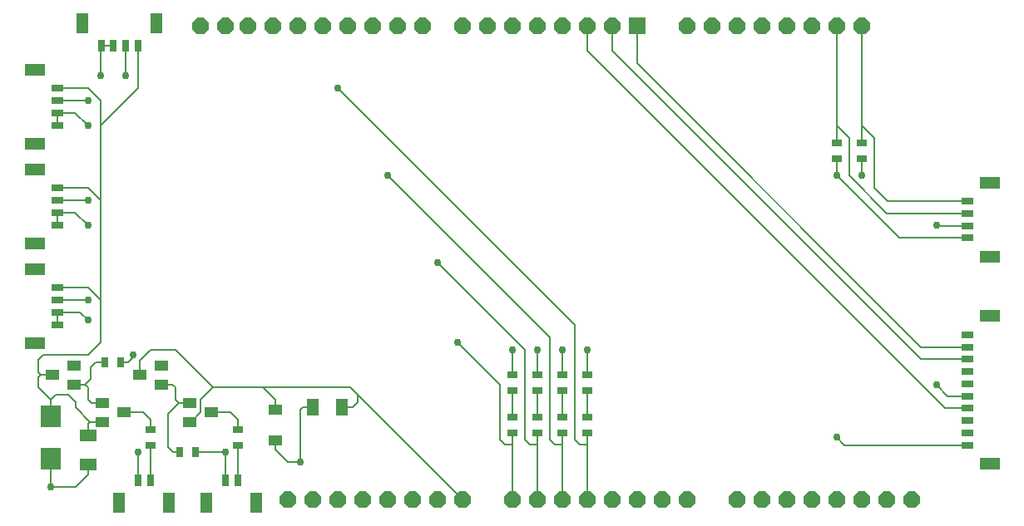
<source format=gbr>
G04 EAGLE Gerber RS-274X export*
G75*
%MOMM*%
%FSLAX34Y34*%
%LPD*%
%INTop Copper*%
%IPPOS*%
%AMOC8*
5,1,8,0,0,1.08239X$1,22.5*%
G01*
G04 Define Apertures*
%ADD10R,0.973900X0.798700*%
%ADD11P,1.81452X8X22.5*%
%ADD12R,1.676400X1.676400*%
%ADD13R,2.123900X2.284100*%
%ADD14R,1.361200X1.114600*%
%ADD15R,1.400000X1.000000*%
%ADD16R,0.798700X0.973900*%
%ADD17R,1.164600X1.815300*%
%ADD18R,1.815300X1.164600*%
%ADD19R,0.800000X1.200000*%
%ADD20R,1.300000X2.150000*%
%ADD21R,1.200000X0.800000*%
%ADD22R,2.150000X1.300000*%
%ADD23C,0.152400*%
%ADD24C,0.756400*%
D10*
X508000Y109752D03*
X508000Y93448D03*
X533400Y109752D03*
X533400Y93448D03*
X558800Y109752D03*
X558800Y93448D03*
X584200Y109752D03*
X584200Y93448D03*
D11*
X533400Y508000D03*
X508000Y25400D03*
X558800Y508000D03*
X584200Y508000D03*
X609600Y508000D03*
D12*
X635000Y508000D03*
D11*
X508000Y508000D03*
X482600Y508000D03*
X457200Y508000D03*
X416560Y508000D03*
X391160Y508000D03*
X365760Y508000D03*
X340360Y508000D03*
X314960Y508000D03*
X289560Y508000D03*
X264160Y508000D03*
X238760Y508000D03*
X533400Y25400D03*
X558800Y25400D03*
X584200Y25400D03*
X609600Y25400D03*
X635000Y25400D03*
X457200Y25400D03*
X431800Y25400D03*
X406400Y25400D03*
X381000Y25400D03*
X355600Y25400D03*
X330200Y25400D03*
X685800Y508000D03*
X711200Y508000D03*
X736600Y508000D03*
X762000Y508000D03*
X787400Y508000D03*
X812800Y508000D03*
X838200Y508000D03*
X863600Y508000D03*
X660400Y25400D03*
X685800Y25400D03*
X736600Y25400D03*
X762000Y25400D03*
X787400Y25400D03*
X812800Y25400D03*
X838200Y25400D03*
X863600Y25400D03*
X889000Y25400D03*
X914400Y25400D03*
X215900Y508000D03*
X190500Y508000D03*
X304800Y25400D03*
X279400Y25400D03*
D13*
X38100Y110541D03*
X38100Y67259D03*
D14*
X266700Y117604D03*
X266700Y85596D03*
D15*
X39800Y152400D03*
X61800Y161900D03*
X61800Y142900D03*
X128700Y152400D03*
X150700Y161900D03*
X150700Y142900D03*
X112600Y114300D03*
X90600Y104800D03*
X90600Y123800D03*
X201500Y114300D03*
X179500Y104800D03*
X179500Y123800D03*
D16*
X185952Y73660D03*
X169648Y73660D03*
X109752Y165100D03*
X93448Y165100D03*
D17*
X334794Y119380D03*
X305286Y119380D03*
D18*
X76200Y90954D03*
X76200Y61446D03*
D10*
X139700Y80748D03*
X139700Y97052D03*
X228600Y80748D03*
X228600Y97052D03*
D19*
X215900Y45130D03*
X228400Y45130D03*
D20*
X196900Y22180D03*
X247400Y22180D03*
D21*
X970870Y81035D03*
X970870Y93535D03*
X970870Y106035D03*
X970870Y118535D03*
X970870Y131035D03*
X970870Y143535D03*
X970870Y156035D03*
X970870Y168535D03*
X970870Y181035D03*
X970870Y193535D03*
D22*
X993820Y62035D03*
X993820Y212535D03*
D19*
X127000Y45130D03*
X139500Y45130D03*
D20*
X108000Y22180D03*
X158500Y22180D03*
D21*
X45130Y241300D03*
X45130Y228800D03*
X45130Y216300D03*
X45130Y203800D03*
D22*
X22180Y260300D03*
X22180Y184800D03*
D21*
X45130Y342900D03*
X45130Y330400D03*
X45130Y317900D03*
X45130Y305400D03*
D22*
X22180Y361900D03*
X22180Y286400D03*
D21*
X45130Y444500D03*
X45130Y432000D03*
X45130Y419500D03*
X45130Y407000D03*
D22*
X22180Y463500D03*
X22180Y388000D03*
D19*
X127000Y488270D03*
X114500Y488270D03*
X102000Y488270D03*
X89500Y488270D03*
D20*
X146000Y511220D03*
X70500Y511220D03*
D10*
X508000Y152932D03*
X508000Y136628D03*
X533400Y152932D03*
X533400Y136628D03*
X558800Y152932D03*
X558800Y136628D03*
X584200Y152932D03*
X584200Y136628D03*
D21*
X970870Y292100D03*
X970870Y304600D03*
X970870Y317100D03*
X970870Y329600D03*
D22*
X993820Y273100D03*
X993820Y348600D03*
D10*
X838615Y389152D03*
X838615Y372848D03*
X863600Y389152D03*
X863600Y372848D03*
D23*
X500380Y81280D02*
X495300Y86360D01*
X495300Y142240D01*
X508000Y93448D02*
X508000Y81280D01*
X500380Y81280D01*
X495300Y142240D02*
X452120Y185420D01*
X508000Y81280D02*
X508000Y25400D01*
D24*
X452120Y185420D03*
D23*
X76000Y228800D02*
X45130Y228800D01*
X76000Y228800D02*
X76200Y228600D01*
D24*
X76200Y228600D03*
D23*
X520700Y86360D02*
X525780Y81280D01*
X520700Y86360D02*
X520700Y177800D01*
X533400Y93448D02*
X533400Y81280D01*
X525780Y81280D01*
X520700Y177800D02*
X431800Y266700D01*
X533400Y81280D02*
X533400Y25400D01*
D24*
X431800Y266700D03*
D23*
X76000Y330400D02*
X45130Y330400D01*
X76000Y330400D02*
X76200Y330200D01*
D24*
X76200Y330200D03*
D23*
X546100Y86360D02*
X551180Y81280D01*
X546100Y86360D02*
X546100Y190500D01*
X558800Y93448D02*
X558800Y81280D01*
X551180Y81280D01*
X546100Y190500D02*
X381000Y355600D01*
X558800Y81280D02*
X558800Y25400D01*
D24*
X381000Y355600D03*
D23*
X76000Y432000D02*
X45130Y432000D01*
X76000Y432000D02*
X76200Y431800D01*
D24*
X76200Y431800D03*
D23*
X571500Y86360D02*
X576580Y81280D01*
X571500Y86360D02*
X571500Y203200D01*
X584200Y93448D02*
X584200Y81280D01*
X576580Y81280D01*
X571500Y203200D02*
X330200Y444500D01*
X584200Y81280D02*
X584200Y25400D01*
D24*
X330200Y444500D03*
D23*
X114500Y457400D02*
X114500Y488270D01*
X114500Y457400D02*
X114300Y457200D01*
D24*
X114300Y457200D03*
D23*
X215900Y73660D02*
X215900Y45130D01*
D24*
X215900Y73660D03*
D23*
X127000Y73660D02*
X127000Y45130D01*
D24*
X127000Y73660D03*
D23*
X951006Y131035D02*
X970870Y131035D01*
X951006Y131035D02*
X939800Y142240D01*
D24*
X939800Y142240D03*
D23*
X38100Y67259D02*
X38100Y38100D01*
D24*
X38100Y38100D03*
D23*
X185952Y73660D02*
X215900Y73660D01*
X116840Y165100D02*
X109752Y165100D01*
X116840Y165100D02*
X121920Y170180D01*
X121920Y172720D01*
D24*
X121920Y172720D03*
X292100Y63500D03*
D23*
X266700Y76200D02*
X266700Y85596D01*
X266700Y76200D02*
X279400Y63500D01*
X292100Y63500D01*
X76200Y50800D02*
X63500Y38100D01*
X38100Y38100D01*
X45130Y407000D02*
X45130Y419500D01*
X63100Y419500D01*
X76200Y406400D01*
D24*
X76200Y406400D03*
D23*
X45130Y317900D02*
X45130Y305400D01*
X62910Y317900D02*
X76010Y304800D01*
X62910Y317900D02*
X45130Y317900D01*
X76010Y304800D02*
X76200Y304800D01*
D24*
X76200Y304800D03*
D23*
X45130Y216300D02*
X45130Y203800D01*
X67990Y216300D02*
X76010Y208280D01*
X67990Y216300D02*
X45130Y216300D01*
X76010Y208280D02*
X76200Y208280D01*
D24*
X76200Y208280D03*
D23*
X89500Y488270D02*
X102000Y488270D01*
X89500Y488270D02*
X88900Y487670D01*
X88900Y457200D01*
D24*
X88900Y457200D03*
D23*
X584200Y177800D02*
X584200Y152932D01*
D24*
X584200Y177800D03*
D23*
X558800Y177800D02*
X558800Y152932D01*
D24*
X558800Y177800D03*
D23*
X533400Y177800D02*
X533400Y152932D01*
D24*
X533400Y177800D03*
D23*
X508000Y177800D02*
X508000Y152932D01*
D24*
X508000Y177800D03*
D23*
X305286Y119380D02*
X294640Y119380D01*
X292100Y116840D01*
X292100Y63500D01*
X76200Y61446D02*
X76200Y50800D01*
X940000Y304600D02*
X970870Y304600D01*
X940000Y304600D02*
X939800Y304800D01*
D24*
X939800Y304800D03*
D23*
X923866Y181035D02*
X970870Y181035D01*
X923866Y181035D02*
X635000Y469900D01*
X635000Y508000D01*
X923666Y168535D02*
X970870Y168535D01*
X923666Y168535D02*
X609600Y482600D01*
X609600Y508000D01*
X948266Y118535D02*
X970870Y118535D01*
X948266Y118535D02*
X584200Y482600D01*
X584200Y508000D01*
X39800Y152400D02*
X27940Y152400D01*
X25400Y154940D01*
X25400Y167640D01*
X30480Y172720D01*
X76200Y172720D01*
X88900Y185420D01*
X88900Y228600D01*
X88900Y330200D01*
X88900Y406400D01*
X88900Y431800D01*
X27940Y152400D02*
X25400Y149860D01*
X25400Y139700D01*
X38100Y127000D01*
X38100Y110541D01*
X78080Y104800D02*
X90600Y104800D01*
X78080Y104800D02*
X63500Y119380D01*
X63500Y124460D01*
X55880Y132080D01*
X43180Y132080D01*
X38100Y127000D01*
X76200Y102920D02*
X78080Y104800D01*
X88900Y406400D02*
X127000Y444500D01*
X127000Y488270D01*
X76200Y342900D02*
X45130Y342900D01*
X76200Y342900D02*
X88900Y330200D01*
X76200Y241300D02*
X45130Y241300D01*
X76200Y241300D02*
X88900Y228600D01*
X76200Y444500D02*
X45130Y444500D01*
X76200Y444500D02*
X88900Y431800D01*
X76200Y102920D02*
X76200Y90954D01*
X846066Y81035D02*
X970870Y81035D01*
X863600Y355600D02*
X863600Y372848D01*
D24*
X863600Y355600D03*
X838200Y355600D03*
D23*
X838200Y372433D01*
X838615Y372848D01*
D24*
X838200Y88900D03*
D23*
X846066Y81035D01*
X901700Y292100D02*
X970870Y292100D01*
X901700Y292100D02*
X838200Y355600D01*
X228400Y80548D02*
X228400Y45130D01*
X228400Y80548D02*
X228600Y80748D01*
X139700Y80748D02*
X139700Y45330D01*
X139500Y45130D01*
X179500Y104800D02*
X181000Y104800D01*
X190500Y114300D01*
X190500Y127000D01*
X203200Y139700D01*
X350520Y132080D02*
X457200Y25400D01*
X350520Y132080D02*
X342900Y139700D01*
X254000Y139700D01*
X203200Y139700D01*
X128700Y152400D02*
X128700Y166800D01*
X139700Y177800D01*
X165100Y177800D01*
X203200Y139700D01*
X266700Y127000D02*
X266700Y117604D01*
X266700Y127000D02*
X254000Y139700D01*
X334794Y119380D02*
X345440Y119380D01*
X350520Y124460D01*
X350520Y132080D01*
X73000Y142900D02*
X61800Y142900D01*
X73000Y142900D02*
X76200Y139700D01*
X76200Y127000D01*
X79400Y123800D01*
X90600Y123800D01*
X93448Y165100D02*
X83820Y165100D01*
X78740Y160020D01*
X78740Y148640D01*
X73000Y142900D01*
X150700Y142900D02*
X161900Y142900D01*
X165100Y139700D01*
X165100Y127000D01*
X168300Y123800D01*
X179500Y123800D01*
X169648Y73660D02*
X162560Y73660D01*
X157480Y78740D01*
X157480Y112980D01*
X168300Y123800D01*
X228600Y106680D02*
X228600Y97052D01*
X228600Y106680D02*
X220980Y114300D01*
X201500Y114300D01*
X139700Y106680D02*
X139700Y97052D01*
X139700Y106680D02*
X132080Y114300D01*
X112600Y114300D01*
X838200Y508000D02*
X838615Y507585D01*
X838615Y406400D01*
X838615Y389152D01*
X850900Y394115D02*
X838615Y406400D01*
X850900Y394115D02*
X850900Y355600D01*
X889400Y317100D01*
X970870Y317100D01*
X863600Y406400D02*
X863600Y508000D01*
X863600Y406400D02*
X863600Y389152D01*
X876300Y393700D02*
X863600Y406400D01*
X876300Y393700D02*
X876300Y342900D01*
X889600Y329600D01*
X970870Y329600D01*
X508000Y136628D02*
X508000Y109752D01*
X533400Y109752D02*
X533400Y136628D01*
X558800Y136628D02*
X558800Y109752D01*
X584200Y109752D02*
X584200Y136628D01*
M02*

</source>
